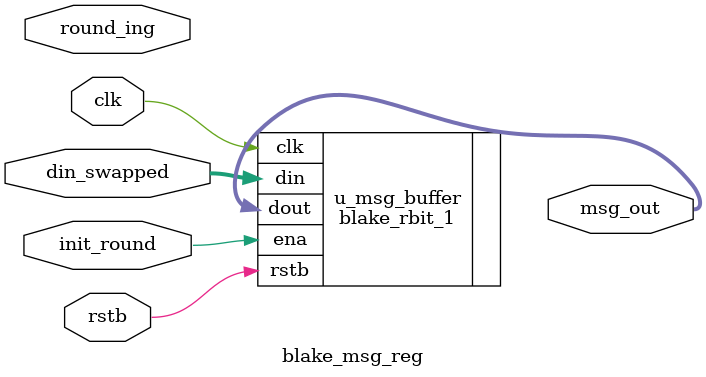
<source format=v>
module blake_msg_reg (
    input wire clk,
    input wire rstb,
    input wire [639:0] din_swapped,
    input wire init_round,
    input wire round_ing,
    output wire [639:0] msg_out
    );

    blake_rbit_1 #(.N(640)) u_msg_buffer (
        .clk  (clk),
        .rstb (rstb),
        .ena  (init_round),         
        .din  (din_swapped),
        .dout (msg_out)      
    );

endmodule

</source>
